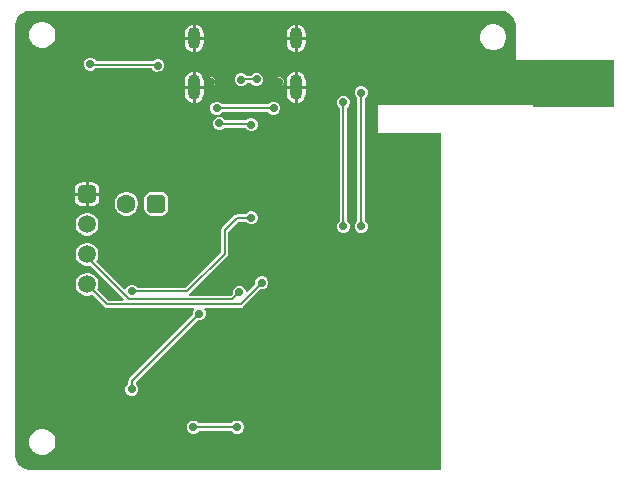
<source format=gbr>
%TF.GenerationSoftware,Altium Limited,Altium Designer,24.6.1 (21)*%
G04 Layer_Physical_Order=2*
G04 Layer_Color=16711680*
%FSLAX45Y45*%
%MOMM*%
%TF.SameCoordinates,C73725EF-E552-4689-BE2B-43CAEE6025B1*%
%TF.FilePolarity,Positive*%
%TF.FileFunction,Copper,L2,Bot,Signal*%
%TF.Part,Single*%
G01*
G75*
%TA.AperFunction,Conductor*%
%ADD31C,0.20000*%
%TA.AperFunction,ComponentPad*%
%ADD32C,1.52000*%
G04:AMPARAMS|DCode=33|XSize=1.52mm|YSize=1.52mm|CornerRadius=0.38mm|HoleSize=0mm|Usage=FLASHONLY|Rotation=270.000|XOffset=0mm|YOffset=0mm|HoleType=Round|Shape=RoundedRectangle|*
%AMROUNDEDRECTD33*
21,1,1.52000,0.76000,0,0,270.0*
21,1,0.76000,1.52000,0,0,270.0*
1,1,0.76000,-0.38000,-0.38000*
1,1,0.76000,-0.38000,0.38000*
1,1,0.76000,0.38000,0.38000*
1,1,0.76000,0.38000,-0.38000*
%
%ADD33ROUNDEDRECTD33*%
G04:AMPARAMS|DCode=34|XSize=1.6mm|YSize=1.6mm|CornerRadius=0.4mm|HoleSize=0mm|Usage=FLASHONLY|Rotation=180.000|XOffset=0mm|YOffset=0mm|HoleType=Round|Shape=RoundedRectangle|*
%AMROUNDEDRECTD34*
21,1,1.60000,0.80000,0,0,180.0*
21,1,0.80000,1.60000,0,0,180.0*
1,1,0.80000,-0.40000,0.40000*
1,1,0.80000,0.40000,0.40000*
1,1,0.80000,0.40000,-0.40000*
1,1,0.80000,-0.40000,-0.40000*
%
%ADD34ROUNDEDRECTD34*%
%ADD35C,1.60000*%
%ADD36O,1.05000X2.15000*%
%ADD37O,1.05000X1.85000*%
%ADD38C,0.70000*%
%TA.AperFunction,ViaPad*%
%ADD39C,0.70000*%
G36*
X17060043Y10108120D02*
X17083157Y10098546D01*
X17103958Y10084648D01*
X17121648Y10066958D01*
X17135545Y10046157D01*
X17145119Y10023044D01*
X17150000Y9998508D01*
Y9986000D01*
Y9700000D01*
X17980000D01*
Y9300000D01*
X17300392D01*
X17298840Y9307804D01*
X17294418Y9314419D01*
X17287804Y9318840D01*
X17280000Y9320392D01*
X16000000D01*
X15992197Y9318840D01*
X15985580Y9314419D01*
X15981160Y9307804D01*
X15979608Y9300000D01*
Y9100000D01*
X15981160Y9092196D01*
X15985580Y9085581D01*
X15992197Y9081160D01*
X16000000Y9079608D01*
X16519608D01*
Y6230000D01*
X13037000Y6229999D01*
X13024492Y6229999D01*
X12999956Y6234880D01*
X12976843Y6244453D01*
X12956042Y6258352D01*
X12938353Y6276042D01*
X12924454Y6296842D01*
X12914880Y6319955D01*
X12910001Y6344491D01*
Y6357000D01*
Y9986000D01*
X12910001Y9986000D01*
X12910001Y9986000D01*
X12910001Y9998508D01*
X12914880Y10023044D01*
X12924454Y10046157D01*
X12938353Y10066958D01*
X12956042Y10084647D01*
X12976843Y10098546D01*
X12999956Y10108119D01*
X13024490Y10113000D01*
X13037000Y10113000D01*
X17023000Y10113000D01*
X17035509D01*
X17060043Y10108120D01*
D02*
G37*
%LPC*%
G36*
X14440700Y9996900D02*
Y9892701D01*
X14506572D01*
Y9920000D01*
X14503896Y9940336D01*
X14496045Y9959286D01*
X14483559Y9975559D01*
X14467287Y9988045D01*
X14448335Y9995895D01*
X14440700Y9996900D01*
D02*
G37*
G36*
X14415300D02*
X14407664Y9995895D01*
X14388715Y9988045D01*
X14372441Y9975559D01*
X14359955Y9959286D01*
X14352106Y9940336D01*
X14349428Y9920000D01*
Y9892701D01*
X14415300D01*
Y9996900D01*
D02*
G37*
G36*
X15304700D02*
Y9892701D01*
X15370572D01*
Y9920000D01*
X15367896Y9940336D01*
X15360045Y9959286D01*
X15347559Y9975559D01*
X15331287Y9988045D01*
X15312337Y9995895D01*
X15304700Y9996900D01*
D02*
G37*
G36*
X15279298Y9996900D02*
X15271664Y9995895D01*
X15252715Y9988045D01*
X15236441Y9975559D01*
X15223955Y9959286D01*
X15216106Y9940336D01*
X15213428Y9920000D01*
Y9892701D01*
X15279298D01*
Y9996900D01*
D02*
G37*
G36*
X13156882Y10020000D02*
X13127917D01*
X13099942Y10012504D01*
X13074858Y9998022D01*
X13054378Y9977542D01*
X13039896Y9952458D01*
X13032401Y9924482D01*
Y9895518D01*
X13039896Y9867542D01*
X13054378Y9842458D01*
X13074858Y9821978D01*
X13099942Y9807496D01*
X13127917Y9800000D01*
X13156882D01*
X13184859Y9807496D01*
X13209943Y9821978D01*
X13230421Y9842458D01*
X13244904Y9867542D01*
X13252400Y9895518D01*
Y9924482D01*
X13244904Y9952458D01*
X13230421Y9977542D01*
X13209943Y9998022D01*
X13184859Y10012504D01*
X13156882Y10020000D01*
D02*
G37*
G36*
X16974483Y10000000D02*
X16945518D01*
X16917542Y9992504D01*
X16892458Y9978022D01*
X16871979Y9957542D01*
X16857497Y9932458D01*
X16850000Y9904482D01*
Y9875518D01*
X16857497Y9847542D01*
X16871979Y9822458D01*
X16892458Y9801978D01*
X16917542Y9787496D01*
X16945518Y9780000D01*
X16974483D01*
X17002460Y9787496D01*
X17027542Y9801978D01*
X17048022Y9822458D01*
X17062505Y9847542D01*
X17070000Y9875518D01*
Y9904482D01*
X17062505Y9932458D01*
X17048022Y9957542D01*
X17027542Y9978022D01*
X17002460Y9992504D01*
X16974483Y10000000D01*
D02*
G37*
G36*
X15279298Y9867301D02*
X15213428D01*
Y9840000D01*
X15216106Y9819664D01*
X15223955Y9800714D01*
X15236441Y9784441D01*
X15252715Y9771955D01*
X15271664Y9764105D01*
X15279298Y9763100D01*
Y9867301D01*
D02*
G37*
G36*
X14506572Y9867301D02*
X14440700D01*
Y9763100D01*
X14448335Y9764105D01*
X14467287Y9771955D01*
X14483559Y9784441D01*
X14496045Y9800714D01*
X14503896Y9819664D01*
X14506572Y9840000D01*
Y9867301D01*
D02*
G37*
G36*
X14415300D02*
X14349428D01*
Y9840000D01*
X14352106Y9819664D01*
X14359955Y9800714D01*
X14372441Y9784441D01*
X14388715Y9771955D01*
X14407664Y9764105D01*
X14415300Y9763100D01*
Y9867301D01*
D02*
G37*
G36*
X15370572Y9867301D02*
X15304700D01*
Y9763100D01*
X15312337Y9764105D01*
X15331287Y9771955D01*
X15347559Y9784441D01*
X15360045Y9800714D01*
X15367896Y9819664D01*
X15370572Y9840000D01*
Y9867301D01*
D02*
G37*
G36*
X13558594Y9717879D02*
X13536714D01*
X13516499Y9709505D01*
X13501027Y9694034D01*
X13492654Y9673819D01*
Y9651939D01*
X13501027Y9631724D01*
X13516499Y9616252D01*
X13536714Y9607879D01*
X13558594D01*
X13578809Y9616252D01*
X13588408Y9625852D01*
X14070471D01*
X14073373Y9618845D01*
X14088844Y9603373D01*
X14109061Y9595000D01*
X14130940D01*
X14151155Y9603373D01*
X14166626Y9618845D01*
X14175000Y9639060D01*
Y9660940D01*
X14166626Y9681155D01*
X14151155Y9696627D01*
X14130940Y9705000D01*
X14109061D01*
X14088844Y9696627D01*
X14079247Y9687027D01*
X13597182D01*
X13594279Y9694034D01*
X13578809Y9709505D01*
X13558594Y9717879D01*
D02*
G37*
G36*
X14965939Y9589349D02*
X14944060D01*
X14923843Y9580976D01*
X14908372Y9565504D01*
X14907391Y9563134D01*
X14870390D01*
X14856155Y9577370D01*
X14835941Y9585743D01*
X14814059D01*
X14793845Y9577370D01*
X14778374Y9561898D01*
X14770000Y9541683D01*
Y9519803D01*
X14778374Y9499589D01*
X14793845Y9484117D01*
X14814059Y9475744D01*
X14835941D01*
X14856155Y9484117D01*
X14871626Y9499589D01*
X14872607Y9501959D01*
X14909608D01*
X14923843Y9487723D01*
X14944060Y9479349D01*
X14965939D01*
X14986154Y9487723D01*
X15001627Y9503194D01*
X15009999Y9523409D01*
Y9545289D01*
X15001627Y9565504D01*
X14986154Y9580976D01*
X14965939Y9589349D01*
D02*
G37*
G36*
X15155962Y9550000D02*
X15142038D01*
X15129173Y9544672D01*
X15119328Y9534826D01*
X15114000Y9521962D01*
Y9508038D01*
X15119328Y9495174D01*
X15129173Y9485329D01*
X15142038Y9480000D01*
X15155962D01*
X15168826Y9485329D01*
X15178671Y9495174D01*
X15184000Y9508038D01*
Y9521962D01*
X15178671Y9534826D01*
X15168826Y9544672D01*
X15155962Y9550000D01*
D02*
G37*
G36*
X14577962D02*
X14564038D01*
X14551173Y9544672D01*
X14541328Y9534826D01*
X14536000Y9521962D01*
Y9508038D01*
X14541328Y9495174D01*
X14551173Y9485329D01*
X14564038Y9480000D01*
X14577962D01*
X14590826Y9485329D01*
X14600671Y9495174D01*
X14606000Y9508038D01*
Y9521962D01*
X14600671Y9534826D01*
X14590826Y9544672D01*
X14577962Y9550000D01*
D02*
G37*
G36*
X14440701Y9596900D02*
Y9477701D01*
X14506572D01*
Y9520000D01*
X14503896Y9540336D01*
X14496045Y9559286D01*
X14483559Y9575559D01*
X14467287Y9588045D01*
X14448335Y9595895D01*
X14440701Y9596900D01*
D02*
G37*
G36*
X14415302Y9596900D02*
X14407664Y9595895D01*
X14388715Y9588045D01*
X14372441Y9575559D01*
X14359955Y9559286D01*
X14352106Y9540336D01*
X14349428Y9520000D01*
Y9477701D01*
X14415302D01*
Y9596900D01*
D02*
G37*
G36*
X15304700D02*
Y9477700D01*
X15370572D01*
Y9520000D01*
X15367896Y9540336D01*
X15360045Y9559286D01*
X15347559Y9575559D01*
X15331287Y9588045D01*
X15312337Y9595895D01*
X15304700Y9596900D01*
D02*
G37*
G36*
X15279300D02*
X15271664Y9595895D01*
X15252715Y9588045D01*
X15236441Y9575559D01*
X15223955Y9559286D01*
X15216106Y9540336D01*
X15213428Y9520000D01*
Y9477700D01*
X15279300D01*
Y9596900D01*
D02*
G37*
G36*
X14506572Y9452301D02*
X14440701D01*
Y9333100D01*
X14448335Y9334105D01*
X14467287Y9341955D01*
X14483559Y9354441D01*
X14496045Y9370714D01*
X14503896Y9389664D01*
X14506572Y9410000D01*
Y9452301D01*
D02*
G37*
G36*
X15370572Y9452300D02*
X15304700D01*
Y9333100D01*
X15312337Y9334105D01*
X15331287Y9341955D01*
X15347559Y9354441D01*
X15360045Y9370714D01*
X15367896Y9389664D01*
X15370572Y9410000D01*
Y9452300D01*
D02*
G37*
G36*
X15279300D02*
X15213428D01*
Y9410000D01*
X15216106Y9389664D01*
X15223955Y9370714D01*
X15236441Y9354441D01*
X15252715Y9341955D01*
X15271664Y9334105D01*
X15279300Y9333100D01*
Y9452300D01*
D02*
G37*
G36*
X14415302Y9452301D02*
X14349428D01*
Y9410000D01*
X14352106Y9389664D01*
X14359955Y9370714D01*
X14372441Y9354441D01*
X14388715Y9341955D01*
X14407664Y9334105D01*
X14415302Y9333100D01*
Y9452301D01*
D02*
G37*
G36*
X15110941Y9345000D02*
X15089059D01*
X15068845Y9336626D01*
X15053374Y9321155D01*
X15053139Y9320588D01*
X14666861D01*
X14666626Y9321155D01*
X14651155Y9336626D01*
X14630940Y9345000D01*
X14609061D01*
X14588844Y9336626D01*
X14573373Y9321155D01*
X14564999Y9300940D01*
Y9279060D01*
X14573373Y9258845D01*
X14588844Y9243373D01*
X14609061Y9235000D01*
X14630940D01*
X14651155Y9243373D01*
X14666626Y9258845D01*
X14666861Y9259412D01*
X15053139D01*
X15053374Y9258845D01*
X15068845Y9243373D01*
X15089059Y9235000D01*
X15110941D01*
X15131155Y9243373D01*
X15146626Y9258845D01*
X15155000Y9279060D01*
Y9300940D01*
X15146626Y9321155D01*
X15131155Y9336626D01*
X15110941Y9345000D01*
D02*
G37*
G36*
X14650940Y9215000D02*
X14629060D01*
X14608846Y9206626D01*
X14593373Y9191155D01*
X14585001Y9170940D01*
Y9149060D01*
X14593373Y9128845D01*
X14608846Y9113373D01*
X14629060Y9105000D01*
X14650940D01*
X14671155Y9113373D01*
X14682195Y9124412D01*
X14861067D01*
X14863373Y9118845D01*
X14878845Y9103373D01*
X14899060Y9095000D01*
X14920940D01*
X14941154Y9103373D01*
X14956625Y9118845D01*
X14964999Y9139060D01*
Y9160940D01*
X14956625Y9181155D01*
X14941154Y9196627D01*
X14920940Y9205000D01*
X14899060D01*
X14878845Y9196627D01*
X14867805Y9185588D01*
X14688933D01*
X14686626Y9191155D01*
X14671155Y9206626D01*
X14650940Y9215000D01*
D02*
G37*
G36*
X13558000Y8663641D02*
X13532700D01*
Y8573698D01*
X13622643D01*
Y8598999D01*
X13617722Y8623736D01*
X13603709Y8644708D01*
X13582738Y8658720D01*
X13558000Y8663641D01*
D02*
G37*
G36*
X13507298D02*
X13482001D01*
X13457263Y8658720D01*
X13436292Y8644708D01*
X13422278Y8623736D01*
X13417358Y8598999D01*
Y8573698D01*
X13507298D01*
Y8663641D01*
D02*
G37*
G36*
X13622643Y8548298D02*
X13532700D01*
Y8458357D01*
X13558000D01*
X13582738Y8463277D01*
X13603709Y8477290D01*
X13617722Y8498262D01*
X13622643Y8522999D01*
Y8548298D01*
D02*
G37*
G36*
X13507298D02*
X13417358D01*
Y8522999D01*
X13422278Y8498262D01*
X13436292Y8477290D01*
X13457263Y8463277D01*
X13482001Y8458357D01*
X13507298D01*
Y8548298D01*
D02*
G37*
G36*
X13866165Y8580000D02*
X13839835D01*
X13814401Y8573185D01*
X13791599Y8560020D01*
X13772980Y8541401D01*
X13759814Y8518598D01*
X13753000Y8493165D01*
Y8466835D01*
X13759814Y8441402D01*
X13772980Y8418599D01*
X13791599Y8399980D01*
X13814401Y8386815D01*
X13839835Y8380000D01*
X13866165D01*
X13891599Y8386815D01*
X13914401Y8399980D01*
X13933020Y8418599D01*
X13946185Y8441402D01*
X13953000Y8466835D01*
Y8493165D01*
X13946185Y8518598D01*
X13933020Y8541401D01*
X13914401Y8560020D01*
X13891599Y8573185D01*
X13866165Y8580000D01*
D02*
G37*
G36*
X14147000Y8581175D02*
X14067000D01*
X14043588Y8576519D01*
X14023743Y8563257D01*
X14010481Y8543411D01*
X14005824Y8520000D01*
Y8440000D01*
X14010481Y8416589D01*
X14023743Y8396743D01*
X14043588Y8383481D01*
X14067000Y8378825D01*
X14147000D01*
X14170412Y8383481D01*
X14190257Y8396743D01*
X14203519Y8416589D01*
X14208176Y8440000D01*
Y8520000D01*
X14203519Y8543411D01*
X14190257Y8563257D01*
X14170412Y8576519D01*
X14147000Y8581175D01*
D02*
G37*
G36*
X14920940Y8415000D02*
X14899060D01*
X14878845Y8406627D01*
X14863373Y8391155D01*
X14863138Y8390588D01*
X14789999D01*
X14778294Y8388259D01*
X14768372Y8381629D01*
X14768372Y8381628D01*
X14662730Y8275987D01*
X14656099Y8266064D01*
X14653770Y8254358D01*
X14653770Y8254357D01*
Y8068744D01*
X14355614Y7770588D01*
X13946861D01*
X13946626Y7771155D01*
X13931155Y7786627D01*
X13910941Y7795000D01*
X13889059D01*
X13868845Y7786627D01*
X13853374Y7771155D01*
X13848911Y7760383D01*
X13833931Y7757403D01*
X13596988Y7994346D01*
X13609457Y8015944D01*
X13616000Y8040360D01*
Y8065637D01*
X13609457Y8090053D01*
X13596819Y8111944D01*
X13578944Y8129818D01*
X13557054Y8142456D01*
X13532639Y8148999D01*
X13507361D01*
X13482945Y8142456D01*
X13461055Y8129818D01*
X13443181Y8111944D01*
X13430542Y8090053D01*
X13424001Y8065637D01*
Y8040360D01*
X13430542Y8015944D01*
X13443181Y7994054D01*
X13461055Y7976180D01*
X13482945Y7963541D01*
X13507361Y7956999D01*
X13532639D01*
X13544611Y7960207D01*
X13832497Y7672321D01*
X13827637Y7660588D01*
X13701669D01*
X13606110Y7756147D01*
X13609457Y7761944D01*
X13616000Y7786360D01*
Y7811637D01*
X13609457Y7836053D01*
X13596819Y7857944D01*
X13578944Y7875818D01*
X13557054Y7888456D01*
X13532639Y7894999D01*
X13507361D01*
X13482945Y7888456D01*
X13461055Y7875818D01*
X13443181Y7857944D01*
X13430542Y7836053D01*
X13424001Y7811637D01*
Y7786360D01*
X13430542Y7761944D01*
X13443181Y7740054D01*
X13461055Y7722180D01*
X13482945Y7709541D01*
X13507361Y7702999D01*
X13532639D01*
X13557054Y7709541D01*
X13562852Y7712889D01*
X13667371Y7608371D01*
X13677293Y7601741D01*
X13688998Y7599412D01*
X13689000Y7599412D01*
X14423669D01*
X14428931Y7586712D01*
X14423373Y7581155D01*
X14414999Y7560940D01*
Y7539060D01*
X14415234Y7538492D01*
X13878371Y7001629D01*
X13871741Y6991705D01*
X13869412Y6980000D01*
X13869412Y6979998D01*
Y6956861D01*
X13868845Y6956626D01*
X13853374Y6941155D01*
X13845000Y6920940D01*
Y6899060D01*
X13853374Y6878845D01*
X13868845Y6863373D01*
X13889059Y6855000D01*
X13910941D01*
X13931155Y6863373D01*
X13946626Y6878845D01*
X13955000Y6899060D01*
Y6920940D01*
X13946626Y6941155D01*
X13931155Y6956626D01*
X13931853Y6968595D01*
X14458493Y7495235D01*
X14459061Y7495000D01*
X14480940D01*
X14501155Y7503373D01*
X14516628Y7518845D01*
X14525000Y7539060D01*
Y7560940D01*
X14516628Y7581155D01*
X14511069Y7586712D01*
X14516330Y7599412D01*
X14820000D01*
X14820000Y7599412D01*
X14831705Y7601741D01*
X14841629Y7608371D01*
X14988493Y7755235D01*
X14989059Y7755000D01*
X15010941D01*
X15031155Y7763373D01*
X15046626Y7778845D01*
X15055000Y7799060D01*
Y7820940D01*
X15046626Y7841155D01*
X15031155Y7856626D01*
X15010941Y7865000D01*
X14989059D01*
X14968845Y7856626D01*
X14953374Y7841155D01*
X14945000Y7820940D01*
Y7799060D01*
X14945235Y7798493D01*
X14877699Y7730958D01*
X14864999Y7736218D01*
Y7740940D01*
X14856627Y7761155D01*
X14841154Y7776627D01*
X14820940Y7785000D01*
X14799060D01*
X14778845Y7776627D01*
X14763374Y7761155D01*
X14755000Y7740940D01*
Y7719060D01*
X14755235Y7718493D01*
X14737331Y7700588D01*
X14384418D01*
X14383871Y7701961D01*
X14382304Y7713288D01*
X14389912Y7718371D01*
X14705988Y8034445D01*
X14705988Y8034445D01*
X14712617Y8044369D01*
X14714946Y8056074D01*
X14714946Y8056075D01*
Y8241688D01*
X14802670Y8329412D01*
X14863138D01*
X14863373Y8328845D01*
X14878845Y8313374D01*
X14899060Y8305000D01*
X14920940D01*
X14941154Y8313374D01*
X14956625Y8328845D01*
X14964999Y8349060D01*
Y8370940D01*
X14956625Y8391155D01*
X14941154Y8406627D01*
X14920940Y8415000D01*
D02*
G37*
G36*
X15850940Y9475000D02*
X15829060D01*
X15808846Y9466626D01*
X15793375Y9451155D01*
X15785001Y9430940D01*
Y9409060D01*
X15793375Y9388845D01*
X15808846Y9373373D01*
X15809412Y9373138D01*
Y8336861D01*
X15808846Y8336626D01*
X15793375Y8321155D01*
X15785001Y8300940D01*
Y8279060D01*
X15793375Y8258845D01*
X15808846Y8243373D01*
X15829060Y8235000D01*
X15850940D01*
X15871155Y8243373D01*
X15886627Y8258845D01*
X15895000Y8279060D01*
Y8300940D01*
X15886627Y8321155D01*
X15871155Y8336626D01*
X15870589Y8336861D01*
Y9373138D01*
X15871155Y9373373D01*
X15886627Y9388845D01*
X15895000Y9409060D01*
Y9430940D01*
X15886627Y9451155D01*
X15871155Y9466626D01*
X15850940Y9475000D01*
D02*
G37*
G36*
X15700940Y9395000D02*
X15679060D01*
X15658846Y9386627D01*
X15643375Y9371155D01*
X15635001Y9350940D01*
Y9329060D01*
X15643375Y9308845D01*
X15658846Y9293374D01*
X15659412Y9293139D01*
Y8336861D01*
X15658846Y8336626D01*
X15643375Y8321155D01*
X15635001Y8300940D01*
Y8279060D01*
X15643375Y8258845D01*
X15658846Y8243373D01*
X15679060Y8235000D01*
X15700940D01*
X15721155Y8243373D01*
X15736627Y8258845D01*
X15745000Y8279060D01*
Y8300940D01*
X15736627Y8321155D01*
X15721155Y8336626D01*
X15720589Y8336861D01*
Y9293139D01*
X15721155Y9293374D01*
X15736627Y9308845D01*
X15745000Y9329060D01*
Y9350940D01*
X15736627Y9371155D01*
X15721155Y9386627D01*
X15700940Y9395000D01*
D02*
G37*
G36*
X13532639Y8402999D02*
X13507361D01*
X13482945Y8396456D01*
X13461055Y8383818D01*
X13443181Y8365944D01*
X13430542Y8344053D01*
X13424001Y8319637D01*
Y8294360D01*
X13430542Y8269944D01*
X13443181Y8248054D01*
X13461055Y8230180D01*
X13482945Y8217541D01*
X13507361Y8210999D01*
X13532639D01*
X13557054Y8217541D01*
X13578944Y8230180D01*
X13596819Y8248054D01*
X13609457Y8269944D01*
X13616000Y8294360D01*
Y8319637D01*
X13609457Y8344053D01*
X13596819Y8365944D01*
X13578944Y8383818D01*
X13557054Y8396456D01*
X13532639Y8402999D01*
D02*
G37*
G36*
X14800940Y6645000D02*
X14779060D01*
X14758846Y6636627D01*
X14743373Y6621155D01*
X14743138Y6620588D01*
X14466862D01*
X14466628Y6621155D01*
X14451155Y6636627D01*
X14430940Y6645000D01*
X14409061D01*
X14388844Y6636627D01*
X14373373Y6621155D01*
X14364999Y6600940D01*
Y6579060D01*
X14373373Y6558845D01*
X14388844Y6543374D01*
X14409061Y6535000D01*
X14430940D01*
X14451155Y6543374D01*
X14466628Y6558845D01*
X14466862Y6559412D01*
X14743138D01*
X14743373Y6558845D01*
X14758846Y6543374D01*
X14779060Y6535000D01*
X14800940D01*
X14821155Y6543374D01*
X14836626Y6558845D01*
X14845000Y6579060D01*
Y6600940D01*
X14836626Y6621155D01*
X14821155Y6636627D01*
X14800940Y6645000D01*
D02*
G37*
G36*
X13156882Y6572371D02*
X13127917D01*
X13099942Y6564875D01*
X13074858Y6550393D01*
X13054378Y6529913D01*
X13039896Y6504830D01*
X13032401Y6476853D01*
Y6447889D01*
X13039896Y6419913D01*
X13054378Y6394829D01*
X13074858Y6374349D01*
X13099942Y6359867D01*
X13127917Y6352371D01*
X13156882D01*
X13184859Y6359867D01*
X13209943Y6374349D01*
X13230421Y6394829D01*
X13244904Y6419913D01*
X13252400Y6447889D01*
Y6476853D01*
X13244904Y6504830D01*
X13230421Y6529913D01*
X13209943Y6550393D01*
X13184859Y6564875D01*
X13156882Y6572371D01*
D02*
G37*
%LPD*%
D31*
X13554092Y9656439D02*
X14113560D01*
X13547655Y9662879D02*
X13554092Y9656439D01*
X14113560D02*
X14120000Y9650000D01*
X13900000Y7740000D02*
X14368285D01*
X14684358Y8056074D01*
X13520000Y7798999D02*
X13688998Y7630000D01*
X14820000D01*
X14789999Y8360000D02*
X14910001D01*
X14684358Y8254358D02*
X14789999Y8360000D01*
X14645000Y9155000D02*
X14905000D01*
X14639999Y9160000D02*
X14645000Y9155000D01*
X14905000D02*
X14910001Y9150000D01*
X15839999Y8290000D02*
Y9420000D01*
X15689999Y8290000D02*
Y9340000D01*
X14420000Y6590000D02*
X14789999D01*
X13520000Y8028076D02*
Y8052999D01*
Y8028076D02*
X13878076Y7670000D01*
X14953197Y9532546D02*
X14954999Y9534349D01*
X14825000Y9530743D02*
X14826804Y9532546D01*
X14953197D01*
X13900000Y6980000D02*
X14470000Y7550000D01*
X13900000Y6910000D02*
Y6980000D01*
X13878076Y7670000D02*
X14750000D01*
X14810001Y7730000D01*
X14820000Y7630000D02*
X15000000Y7810000D01*
X14684358Y8056074D02*
Y8254358D01*
X14620000Y9290000D02*
X15100000D01*
D32*
X13520000Y8306999D02*
D03*
Y8052999D02*
D03*
Y7798999D02*
D03*
D33*
Y8560999D02*
D03*
D34*
X14107001Y8480000D02*
D03*
D35*
X13853000D02*
D03*
D36*
X14428000Y9465000D02*
D03*
X15292000D02*
D03*
D37*
X14428000Y9880000D02*
D03*
X15292000D02*
D03*
D38*
X14571001Y9515000D02*
D03*
X15149001D02*
D03*
D39*
X17800000Y9490000D02*
D03*
X15110001Y8460000D02*
D03*
X15280000Y8920000D02*
D03*
X17325000Y9422500D02*
D03*
X14380000Y8240000D02*
D03*
X13789999Y7880000D02*
D03*
X13510962Y8840962D02*
D03*
X13430000Y9470000D02*
D03*
X13730000Y9920000D02*
D03*
X14100000Y9780000D02*
D03*
Y9940000D02*
D03*
X13547655Y9662879D02*
D03*
X14139999Y9570000D02*
D03*
X14120000Y9650000D02*
D03*
X14439999Y9170000D02*
D03*
X15170000Y9010000D02*
D03*
X15010001D02*
D03*
X16420000Y8720000D02*
D03*
X15970000Y8400000D02*
D03*
X16430000D02*
D03*
X16400000Y8270000D02*
D03*
Y6520000D02*
D03*
X14360001Y6790000D02*
D03*
X13160001Y7310000D02*
D03*
X13550000Y7320000D02*
D03*
X14910001Y8360000D02*
D03*
Y9150000D02*
D03*
X15839999Y9420000D02*
D03*
X15689999Y9340000D02*
D03*
X15489000Y7414400D02*
D03*
X15628999D02*
D03*
X15769000D02*
D03*
X15628999Y7554400D02*
D03*
X15769000D02*
D03*
X15489000D02*
D03*
Y7274400D02*
D03*
X15628999D02*
D03*
X15769000D02*
D03*
X14420000Y6590000D02*
D03*
X14789999D02*
D03*
X14530000Y9290000D02*
D03*
X15410001Y9900000D02*
D03*
X14954999Y9534349D02*
D03*
X14825000Y9530743D02*
D03*
X14470000Y7550000D02*
D03*
X13900000Y7740000D02*
D03*
X15689999Y8290000D02*
D03*
X15839999D02*
D03*
X15000000Y7810000D02*
D03*
X14810001Y7730000D02*
D03*
X15189999Y9290000D02*
D03*
X14620000D02*
D03*
X14639999Y9160000D02*
D03*
X15100000Y9290000D02*
D03*
X13789999Y9510000D02*
D03*
X13900000Y6910000D02*
D03*
%TF.MD5,4fa800a68cfd3fa72a95190c005a63dc*%
M02*

</source>
